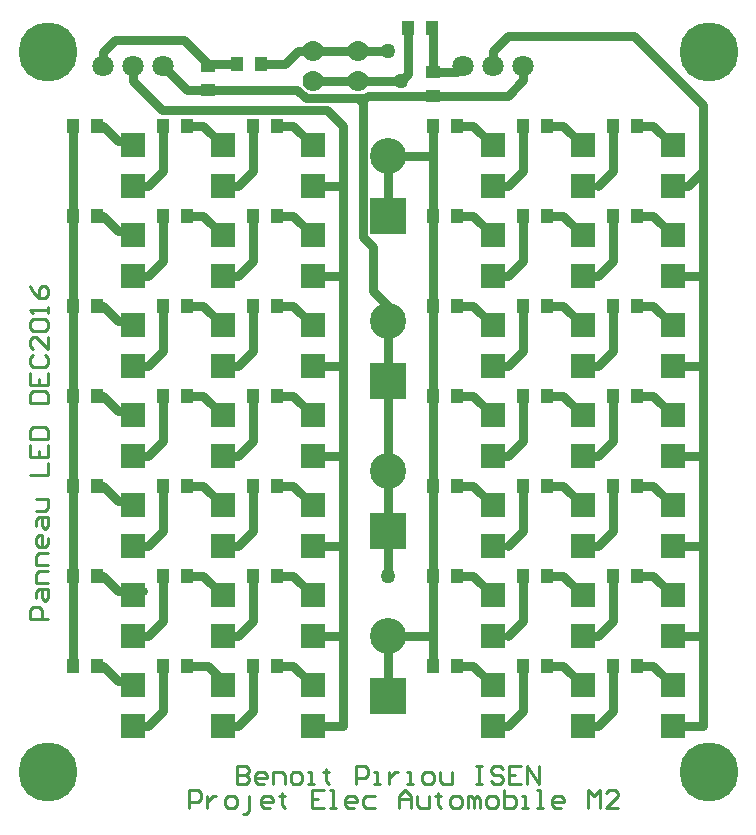
<source format=gtl>
%FSLAX43Y43*%
%MOMM*%
G71*
G01*
G75*
G04 Layer_Physical_Order=1*
G04 Layer_Color=255*
%ADD10R,1.016X1.270*%
%ADD11R,1.270X1.016*%
%ADD12R,2.032X2.032*%
%ADD13C,0.800*%
%ADD14C,0.254*%
%ADD15C,5.000*%
%ADD16C,1.778*%
%ADD17C,3.048*%
%ADD18R,3.048X3.048*%
%ADD19C,1.800*%
%ADD20C,1.270*%
G54D10*
X87552Y87040D02*
D03*
X85520D02*
D03*
X71000Y84000D02*
D03*
X73032D02*
D03*
X66802Y33020D02*
D03*
X64770D02*
D03*
X89662D02*
D03*
X87630D02*
D03*
X97282D02*
D03*
X95250D02*
D03*
X104902D02*
D03*
X102870D02*
D03*
X66802Y40640D02*
D03*
X64770D02*
D03*
X74422D02*
D03*
X72390D02*
D03*
X89662D02*
D03*
X87630D02*
D03*
X97282D02*
D03*
X95250D02*
D03*
X104902D02*
D03*
X102870D02*
D03*
X89662Y48260D02*
D03*
X87630D02*
D03*
X97282D02*
D03*
X95250D02*
D03*
X104902D02*
D03*
X102870D02*
D03*
X66802Y55880D02*
D03*
X64770D02*
D03*
X74422D02*
D03*
X72390D02*
D03*
X89662D02*
D03*
X87630D02*
D03*
X97282D02*
D03*
X95250D02*
D03*
X104902D02*
D03*
X102870D02*
D03*
X74422Y63500D02*
D03*
X72390D02*
D03*
X89662D02*
D03*
X87630D02*
D03*
X97282D02*
D03*
X95250D02*
D03*
X104902D02*
D03*
X102870D02*
D03*
X74422Y71120D02*
D03*
X72390D02*
D03*
X89662D02*
D03*
X87630D02*
D03*
X97282D02*
D03*
X95250D02*
D03*
X104902D02*
D03*
X102870D02*
D03*
X74422Y78740D02*
D03*
X72390D02*
D03*
X89662D02*
D03*
X87630D02*
D03*
X97282D02*
D03*
X95250D02*
D03*
X59182Y71120D02*
D03*
X57150D02*
D03*
X59182Y78740D02*
D03*
X57150D02*
D03*
X59182Y63500D02*
D03*
X57150D02*
D03*
X59182Y48260D02*
D03*
X57150D02*
D03*
X59182Y40640D02*
D03*
X57150D02*
D03*
X59182Y55880D02*
D03*
X57150D02*
D03*
X59182Y33020D02*
D03*
X57150D02*
D03*
X66802Y78740D02*
D03*
X64770D02*
D03*
X66802Y71120D02*
D03*
X64770D02*
D03*
X66802Y63500D02*
D03*
X64770D02*
D03*
X66802Y48260D02*
D03*
X64770D02*
D03*
X74422D02*
D03*
X72390D02*
D03*
X74422Y33020D02*
D03*
X72390D02*
D03*
X104902Y78740D02*
D03*
X102870D02*
D03*
G54D11*
X68580Y83820D02*
D03*
Y81788D02*
D03*
X87630Y83312D02*
D03*
Y81280D02*
D03*
G54D12*
X107950Y58420D02*
D03*
Y61849D02*
D03*
X62230Y58420D02*
D03*
Y61849D02*
D03*
Y66040D02*
D03*
Y69469D02*
D03*
Y73660D02*
D03*
Y77089D02*
D03*
Y50800D02*
D03*
Y54229D02*
D03*
Y27940D02*
D03*
Y31369D02*
D03*
Y35560D02*
D03*
Y38989D02*
D03*
Y43180D02*
D03*
Y46609D02*
D03*
X69850Y73660D02*
D03*
Y77089D02*
D03*
Y66040D02*
D03*
Y69469D02*
D03*
Y58420D02*
D03*
Y61849D02*
D03*
Y50800D02*
D03*
Y54229D02*
D03*
Y27940D02*
D03*
Y31369D02*
D03*
Y35560D02*
D03*
Y38989D02*
D03*
Y43180D02*
D03*
Y46609D02*
D03*
X77470Y73660D02*
D03*
Y77089D02*
D03*
Y66040D02*
D03*
Y69469D02*
D03*
Y58420D02*
D03*
Y61849D02*
D03*
Y50800D02*
D03*
Y54229D02*
D03*
Y35560D02*
D03*
Y38989D02*
D03*
Y43180D02*
D03*
Y46609D02*
D03*
Y27940D02*
D03*
Y31369D02*
D03*
X92710Y73660D02*
D03*
Y77089D02*
D03*
Y58420D02*
D03*
Y61849D02*
D03*
Y50800D02*
D03*
Y54229D02*
D03*
X107950Y66040D02*
D03*
Y69469D02*
D03*
X100330Y58420D02*
D03*
Y61849D02*
D03*
X107950Y50800D02*
D03*
Y54229D02*
D03*
Y27940D02*
D03*
Y31369D02*
D03*
X92710Y27940D02*
D03*
Y31369D02*
D03*
Y43180D02*
D03*
Y46609D02*
D03*
Y35560D02*
D03*
Y38989D02*
D03*
Y66040D02*
D03*
Y69469D02*
D03*
X100330Y73660D02*
D03*
Y77089D02*
D03*
Y66040D02*
D03*
Y69469D02*
D03*
Y50800D02*
D03*
Y54229D02*
D03*
Y43180D02*
D03*
Y46609D02*
D03*
Y35560D02*
D03*
Y38989D02*
D03*
Y27940D02*
D03*
Y31369D02*
D03*
X107950Y73660D02*
D03*
Y77089D02*
D03*
Y43180D02*
D03*
Y46609D02*
D03*
Y35560D02*
D03*
Y38989D02*
D03*
G54D13*
X110490Y74930D02*
Y80510D01*
X104640Y86360D02*
X110490Y80510D01*
X93980Y86360D02*
X104640D01*
X59670Y85014D02*
X60672Y86016D01*
X59670Y83820D02*
Y85014D01*
X68576Y84000D02*
X71000D01*
X60672Y86016D02*
X66560D01*
X68576Y84000D01*
X73032D02*
X75110D01*
X89642Y83312D02*
X90150Y83820D01*
X87630Y83312D02*
X89642D01*
X87552Y87040D02*
X87630Y86962D01*
Y83312D02*
Y86962D01*
X84941Y82550D02*
X85520Y83129D01*
Y87040D01*
X81693Y69346D02*
X82550Y68489D01*
Y64770D02*
Y68489D01*
Y64770D02*
X83820Y63500D01*
Y62230D02*
Y63500D01*
X81280Y81058D02*
X81898D01*
X76852D02*
X81280D01*
X81693Y80645D01*
Y69346D02*
Y80645D01*
X83820Y40640D02*
Y44450D01*
Y40640D02*
X83820Y40640D01*
X83820Y57150D02*
Y62230D01*
Y49530D02*
Y57150D01*
Y44450D02*
Y49530D01*
X87630Y35560D02*
Y40640D01*
Y33020D02*
Y35560D01*
X83820D02*
X87630D01*
X83820Y30480D02*
Y35560D01*
X87630Y76200D02*
Y78740D01*
Y71120D02*
Y76200D01*
X83820D02*
X87630D01*
X83820Y71120D02*
Y76200D01*
X87630Y81280D02*
X93980D01*
X82120D02*
X87630D01*
X81898Y81058D02*
X82120Y81280D01*
X80010Y73660D02*
Y78740D01*
Y66040D02*
Y73660D01*
X77470D02*
X80010D01*
Y58420D02*
Y66040D01*
X77470D02*
X80010D01*
Y50800D02*
Y58420D01*
X77470D02*
X80010D01*
Y43180D02*
Y50800D01*
X77470D02*
X80010D01*
Y35560D02*
Y43180D01*
X77470D02*
X80010D01*
Y27940D02*
Y35560D01*
X77470D02*
X80010D01*
X77470Y27940D02*
X80010D01*
X78695Y80055D02*
X80010Y78740D01*
X64725Y80055D02*
X78695D01*
X62230Y82550D02*
X64725Y80055D01*
X62230Y82550D02*
Y83820D01*
X90150D02*
Y84281D01*
X110490Y58420D02*
Y66040D01*
Y50800D02*
Y58420D01*
X107950D02*
X110490D01*
Y43180D02*
Y50800D01*
X107950D02*
X110490D01*
Y35560D02*
Y43180D01*
X107950D02*
X110490D01*
Y27940D02*
Y35560D01*
X107950D02*
X110490D01*
Y66040D02*
Y74930D01*
X107950Y27940D02*
X110490D01*
X107950Y66040D02*
X110490D01*
X107950Y73660D02*
X109220D01*
X110490Y74930D01*
X92710Y85090D02*
X93980Y86360D01*
X92710Y83820D02*
Y85090D01*
X81280Y82550D02*
X84941D01*
X77470D02*
X81280D01*
Y85090D02*
X83820D01*
X77470D02*
X81280D01*
X76200D02*
X77470D01*
X75110Y84000D02*
X76200Y85090D01*
X93980Y81280D02*
X95270Y82570D01*
Y83820D01*
X76122Y81788D02*
X76852Y81058D01*
X68580Y81788D02*
X76122D01*
X66822D02*
X68580D01*
X64790Y83820D02*
X66822Y81788D01*
X75819Y33020D02*
X77470Y31369D01*
X74422Y33020D02*
X75819D01*
X106299Y71120D02*
X107950Y69469D01*
X104902Y71120D02*
X106299D01*
Y63500D02*
X107950Y61849D01*
X104902Y63500D02*
X106299D01*
Y55880D02*
X107950Y54229D01*
X104902Y55880D02*
X106299D01*
X104902Y48260D02*
X106299D01*
X107950Y46609D01*
X106299Y40640D02*
X107950Y38989D01*
X104902Y40640D02*
X106299D01*
Y33020D02*
X107950Y31369D01*
X104902Y33020D02*
X106299D01*
X100330Y27940D02*
X101600D01*
X102870Y29210D01*
Y33020D01*
X100330Y35560D02*
X101600D01*
X102870Y36830D01*
Y40640D01*
X100330Y43180D02*
X101600D01*
X102870Y44450D01*
Y48260D01*
Y52070D02*
Y55880D01*
X101600Y50800D02*
X102870Y52070D01*
X100330Y50800D02*
X101600D01*
X102870Y59690D02*
Y63500D01*
X101600Y58420D02*
X102870Y59690D01*
X100330Y58420D02*
X101600D01*
X100330Y66040D02*
X101600D01*
X102870Y67310D01*
Y71120D01*
X106299Y78740D02*
X107950Y77089D01*
X104902Y78740D02*
X106299D01*
X101600Y73660D02*
X102870Y74930D01*
Y78740D01*
X95250Y29210D02*
Y33020D01*
X93980Y27940D02*
X95250Y29210D01*
X92710Y27940D02*
X93980D01*
Y35560D02*
X95250Y36830D01*
Y40640D01*
X93980Y43180D02*
X95250Y44450D01*
Y48260D01*
X92710Y50800D02*
X93980D01*
X95250Y52070D01*
Y55880D01*
X92710Y58420D02*
X93980D01*
X95250Y59690D01*
Y63500D01*
X92710Y66040D02*
X93980D01*
X95250Y67310D01*
Y71120D01*
X92710Y73660D02*
X93980D01*
X95250Y74930D01*
Y78740D01*
X98679D02*
X100330Y77089D01*
X97282Y78740D02*
X98679D01*
Y71120D02*
X100330Y69469D01*
X97282Y71120D02*
X98679D01*
Y63500D02*
X100330Y61849D01*
X97282Y63500D02*
X98679D01*
Y55880D02*
X100330Y54229D01*
X97282Y55880D02*
X98679D01*
Y48260D02*
X100330Y46609D01*
X97282Y48260D02*
X98679D01*
Y40640D02*
X100330Y38989D01*
X97282Y40640D02*
X98679D01*
Y33020D02*
X100330Y31369D01*
X97282Y33020D02*
X98679D01*
X91059D02*
X92710Y31369D01*
X89662Y33020D02*
X91059D01*
Y40640D02*
X92710Y38989D01*
X89662Y40640D02*
X91059D01*
Y48260D02*
X92710Y46609D01*
X89662Y48260D02*
X91059D01*
Y55880D02*
X92710Y54229D01*
X89662Y55880D02*
X91059D01*
Y63500D02*
X92710Y61849D01*
X89662Y63500D02*
X91059D01*
Y71120D02*
X92710Y69469D01*
X89662Y71120D02*
X91059D01*
Y78740D02*
X92710Y77089D01*
X89662Y78740D02*
X91059D01*
X87630Y63500D02*
Y71120D01*
Y55880D02*
Y63500D01*
Y48260D02*
Y55880D01*
Y40640D02*
Y48260D01*
X57150Y71120D02*
Y78740D01*
Y33020D02*
Y63500D01*
Y71120D01*
X59690Y78740D02*
X60960Y77470D01*
X59690Y71120D02*
X60960Y69850D01*
X59182Y71120D02*
X59690D01*
X59182Y63500D02*
X59690D01*
X60960Y62230D01*
X59182Y55880D02*
X59690D01*
X60960Y54610D01*
X59182Y48260D02*
X59690D01*
X60960Y46990D01*
X59182Y40640D02*
X59690D01*
X60960Y39370D01*
X63119D01*
X59182Y33020D02*
X59690D01*
X60960Y31750D01*
X62230D01*
X60960Y77470D02*
X61849D01*
X62230Y77089D01*
X60960Y69850D02*
X61849D01*
X62230Y69469D01*
X60960Y62230D02*
X61849D01*
X60960Y54610D02*
X61849D01*
X62230Y54229D01*
X60960Y46990D02*
X61849D01*
X62230Y46609D01*
Y73660D02*
X63500D01*
X64770Y74930D01*
Y78740D01*
X66802D02*
X68199D01*
X69850Y77089D01*
X64770Y67310D02*
Y71120D01*
X63500Y66040D02*
X64770Y67310D01*
X62230Y66040D02*
X63500D01*
X64770Y59690D02*
Y63500D01*
X63500Y58420D02*
X64770Y59690D01*
X62230Y58420D02*
X63500D01*
X64770Y52070D02*
Y55880D01*
X63500Y50800D02*
X64770Y52070D01*
X62230Y50800D02*
X63500D01*
X64770Y44450D02*
Y48260D01*
X63500Y43180D02*
X64770Y44450D01*
X62230Y43180D02*
X63500D01*
X64770Y36830D02*
Y40640D01*
X63500Y35560D02*
X64770Y36830D01*
X62230Y35560D02*
X63500D01*
X64770Y29210D02*
Y33020D01*
X63500Y27940D02*
X64770Y29210D01*
X62230Y27940D02*
X63500D01*
X66802Y33020D02*
X68580D01*
X69850Y31750D01*
Y31369D02*
Y31750D01*
X68199Y40640D02*
X69850Y38989D01*
X66802Y40640D02*
X68199D01*
Y48260D02*
X69850Y46609D01*
X66802Y48260D02*
X68199D01*
Y55880D02*
X69850Y54229D01*
X66802Y55880D02*
X68199D01*
Y63500D02*
X69850Y61849D01*
X66802Y63500D02*
X68199D01*
Y71120D02*
X69850Y69469D01*
X66802Y71120D02*
X68199D01*
X72390Y74930D02*
Y78740D01*
X71120Y73660D02*
X72390Y74930D01*
X69850Y73660D02*
X71120D01*
X72390Y67310D02*
Y71120D01*
X71120Y66040D02*
X72390Y67310D01*
X69850Y66040D02*
X71120D01*
X72390Y59690D02*
Y63500D01*
X71120Y58420D02*
X72390Y59690D01*
X69850Y58420D02*
X71120D01*
X72390Y52070D02*
Y55880D01*
X71120Y50800D02*
X72390Y52070D01*
X69850Y50800D02*
X71120D01*
X72390Y44450D02*
Y48260D01*
X71120Y43180D02*
X72390Y44450D01*
X69850Y43180D02*
X71120D01*
X72390Y36830D02*
Y40640D01*
X71120Y35560D02*
X72390Y36830D01*
X69850Y35560D02*
X71120D01*
X75819Y40640D02*
X77470Y38989D01*
X74422Y40640D02*
X75819D01*
X74422Y78740D02*
X75819D01*
X77470Y77089D01*
X74422Y71120D02*
X75819D01*
X77470Y69469D01*
X74422Y63500D02*
X75819D01*
X77470Y61849D01*
X74422Y55880D02*
X75819D01*
X77470Y54229D01*
X74422Y48260D02*
X75819D01*
X77470Y46609D01*
X69850Y27940D02*
X71120D01*
X72390Y29210D01*
Y33020D01*
G54D14*
X67000Y21000D02*
Y22524D01*
X67762D01*
X68016Y22270D01*
Y21762D01*
X67762Y21508D01*
X67000D01*
X68524Y22016D02*
Y21000D01*
Y21508D01*
X68777Y21762D01*
X69031Y22016D01*
X69285D01*
X70301Y21000D02*
X70809D01*
X71063Y21254D01*
Y21762D01*
X70809Y22016D01*
X70301D01*
X70047Y21762D01*
Y21254D01*
X70301Y21000D01*
X71571Y20492D02*
X71824D01*
X72078Y20746D01*
Y22016D01*
X73856Y21000D02*
X73348D01*
X73094Y21254D01*
Y21762D01*
X73348Y22016D01*
X73856D01*
X74110Y21762D01*
Y21508D01*
X73094D01*
X74871Y22270D02*
Y22016D01*
X74618D01*
X75125D01*
X74871D01*
Y21254D01*
X75125Y21000D01*
X78426Y22524D02*
X77411D01*
Y21000D01*
X78426D01*
X77411Y21762D02*
X77918D01*
X78934Y21000D02*
X79442D01*
X79188D01*
Y22524D01*
X78934D01*
X80965Y21000D02*
X80458D01*
X80204Y21254D01*
Y21762D01*
X80458Y22016D01*
X80965D01*
X81219Y21762D01*
Y21508D01*
X80204D01*
X82743Y22016D02*
X81981D01*
X81727Y21762D01*
Y21254D01*
X81981Y21000D01*
X82743D01*
X84774D02*
Y22016D01*
X85282Y22524D01*
X85790Y22016D01*
Y21000D01*
Y21762D01*
X84774D01*
X86298Y22016D02*
Y21254D01*
X86552Y21000D01*
X87313D01*
Y22016D01*
X88075Y22270D02*
Y22016D01*
X87821D01*
X88329D01*
X88075D01*
Y21254D01*
X88329Y21000D01*
X89345D02*
X89853D01*
X90107Y21254D01*
Y21762D01*
X89853Y22016D01*
X89345D01*
X89091Y21762D01*
Y21254D01*
X89345Y21000D01*
X90614D02*
Y22016D01*
X90868D01*
X91122Y21762D01*
Y21000D01*
Y21762D01*
X91376Y22016D01*
X91630Y21762D01*
Y21000D01*
X92392D02*
X92900D01*
X93154Y21254D01*
Y21762D01*
X92900Y22016D01*
X92392D01*
X92138Y21762D01*
Y21254D01*
X92392Y21000D01*
X93661Y22524D02*
Y21000D01*
X94423D01*
X94677Y21254D01*
Y21508D01*
Y21762D01*
X94423Y22016D01*
X93661D01*
X95185Y21000D02*
X95693D01*
X95439D01*
Y22016D01*
X95185D01*
X96454Y21000D02*
X96962D01*
X96708D01*
Y22524D01*
X96454D01*
X98486Y21000D02*
X97978D01*
X97724Y21254D01*
Y21762D01*
X97978Y22016D01*
X98486D01*
X98740Y21762D01*
Y21508D01*
X97724D01*
X100771Y21000D02*
Y22524D01*
X101279Y22016D01*
X101787Y22524D01*
Y21000D01*
X103310D02*
X102295D01*
X103310Y22016D01*
Y22270D01*
X103056Y22524D01*
X102549D01*
X102295Y22270D01*
X71000Y24524D02*
Y23000D01*
X71762D01*
X72016Y23254D01*
Y23508D01*
X71762Y23762D01*
X71000D01*
X71762D01*
X72016Y24016D01*
Y24270D01*
X71762Y24524D01*
X71000D01*
X73285Y23000D02*
X72777D01*
X72524Y23254D01*
Y23762D01*
X72777Y24016D01*
X73285D01*
X73539Y23762D01*
Y23508D01*
X72524D01*
X74047Y23000D02*
Y24016D01*
X74809D01*
X75063Y23762D01*
Y23000D01*
X75824D02*
X76332D01*
X76586Y23254D01*
Y23762D01*
X76332Y24016D01*
X75824D01*
X75571Y23762D01*
Y23254D01*
X75824Y23000D01*
X77094D02*
X77602D01*
X77348D01*
Y24016D01*
X77094D01*
X78618Y24270D02*
Y24016D01*
X78364D01*
X78871D01*
X78618D01*
Y23254D01*
X78871Y23000D01*
X81157D02*
Y24524D01*
X81918D01*
X82172Y24270D01*
Y23762D01*
X81918Y23508D01*
X81157D01*
X82680Y23000D02*
X83188D01*
X82934D01*
Y24016D01*
X82680D01*
X83950D02*
Y23000D01*
Y23508D01*
X84204Y23762D01*
X84458Y24016D01*
X84712D01*
X85473Y23000D02*
X85981D01*
X85727D01*
Y24016D01*
X85473D01*
X86997Y23000D02*
X87505D01*
X87759Y23254D01*
Y23762D01*
X87505Y24016D01*
X86997D01*
X86743Y23762D01*
Y23254D01*
X86997Y23000D01*
X88266Y24016D02*
Y23254D01*
X88520Y23000D01*
X89282D01*
Y24016D01*
X91313Y24524D02*
X91821D01*
X91567D01*
Y23000D01*
X91313D01*
X91821D01*
X93599Y24270D02*
X93345Y24524D01*
X92837D01*
X92583Y24270D01*
Y24016D01*
X92837Y23762D01*
X93345D01*
X93599Y23508D01*
Y23254D01*
X93345Y23000D01*
X92837D01*
X92583Y23254D01*
X95122Y24524D02*
X94107D01*
Y23000D01*
X95122D01*
X94107Y23762D02*
X94614D01*
X95630Y23000D02*
Y24524D01*
X96646Y23000D01*
Y24524D01*
X55000Y37000D02*
X53476D01*
Y37762D01*
X53730Y38016D01*
X54238D01*
X54492Y37762D01*
Y37000D01*
X53984Y38777D02*
Y39285D01*
X54238Y39539D01*
X55000D01*
Y38777D01*
X54746Y38524D01*
X54492Y38777D01*
Y39539D01*
X55000Y40047D02*
X53984D01*
Y40809D01*
X54238Y41063D01*
X55000D01*
Y41571D02*
X53984D01*
Y42332D01*
X54238Y42586D01*
X55000D01*
Y43856D02*
Y43348D01*
X54746Y43094D01*
X54238D01*
X53984Y43348D01*
Y43856D01*
X54238Y44110D01*
X54492D01*
Y43094D01*
X53984Y44871D02*
Y45379D01*
X54238Y45633D01*
X55000D01*
Y44871D01*
X54746Y44618D01*
X54492Y44871D01*
Y45633D01*
X53984Y46141D02*
X54746D01*
X55000Y46395D01*
Y47157D01*
X53984D01*
X53476Y49188D02*
X55000D01*
Y50204D01*
X53476Y51727D02*
Y50712D01*
X55000D01*
Y51727D01*
X54238Y50712D02*
Y51219D01*
X53476Y52235D02*
X55000D01*
Y52997D01*
X54746Y53251D01*
X53730D01*
X53476Y52997D01*
Y52235D01*
Y55282D02*
X55000D01*
Y56044D01*
X54746Y56298D01*
X53730D01*
X53476Y56044D01*
Y55282D01*
Y57821D02*
Y56806D01*
X55000D01*
Y57821D01*
X54238Y56806D02*
Y57313D01*
X53730Y59345D02*
X53476Y59091D01*
Y58583D01*
X53730Y58329D01*
X54746D01*
X55000Y58583D01*
Y59091D01*
X54746Y59345D01*
X55000Y60868D02*
Y59853D01*
X53984Y60868D01*
X53730D01*
X53476Y60614D01*
Y60107D01*
X53730Y59853D01*
Y61376D02*
X53476Y61630D01*
Y62138D01*
X53730Y62392D01*
X54746D01*
X55000Y62138D01*
Y61630D01*
X54746Y61376D01*
X53730D01*
X55000Y62900D02*
Y63407D01*
Y63154D01*
X53476D01*
X53730Y62900D01*
X53476Y65185D02*
X53730Y64677D01*
X54238Y64169D01*
X54746D01*
X55000Y64423D01*
Y64931D01*
X54746Y65185D01*
X54492D01*
X54238Y64931D01*
Y64169D01*
G54D15*
X55000Y24000D02*
D03*
X111000D02*
D03*
Y85000D02*
D03*
X55000D02*
D03*
G54D16*
X77470Y82550D02*
D03*
Y85090D02*
D03*
X81280Y82550D02*
D03*
Y85090D02*
D03*
G54D17*
X83820Y49530D02*
D03*
Y35560D02*
D03*
Y62230D02*
D03*
Y76200D02*
D03*
G54D18*
Y44450D02*
D03*
Y30480D02*
D03*
Y57150D02*
D03*
Y71120D02*
D03*
G54D19*
X64790Y83820D02*
D03*
X62230D02*
D03*
X59670D02*
D03*
X95270D02*
D03*
X92710D02*
D03*
X90150D02*
D03*
G54D20*
X83820Y40640D02*
D03*
X84941Y82550D02*
D03*
X83820Y85090D02*
D03*
M02*

</source>
